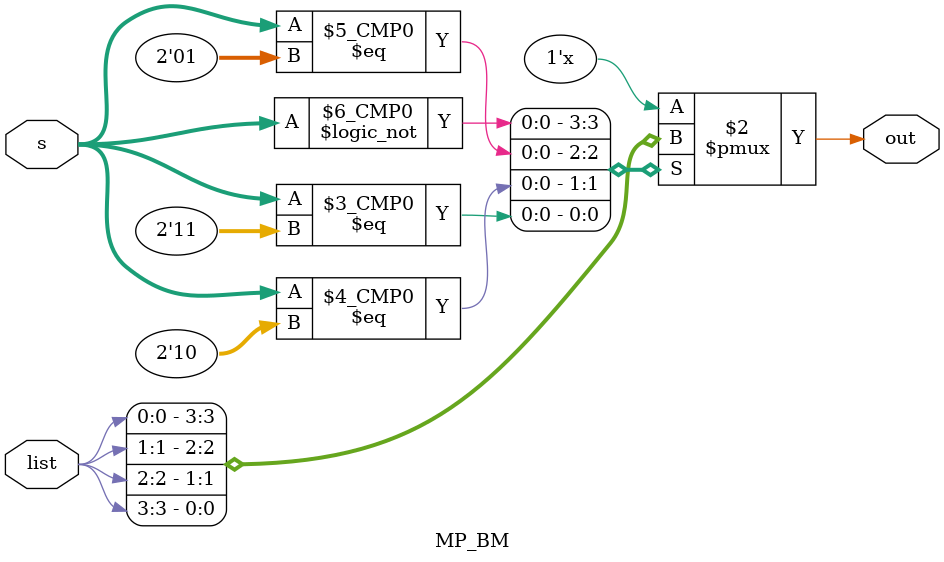
<source format=v>
module MP_BM(list, s, out);
input [3:0] list;
input [1:0] s;
output reg out;

always@(list, s)
begin
	case(s)
	2'b00: out = list[0];
	2'b01: out = list[1];
	2'b10: out = list[2];
	2'b11: out = list[3];
	endcase
end

endmodule

</source>
